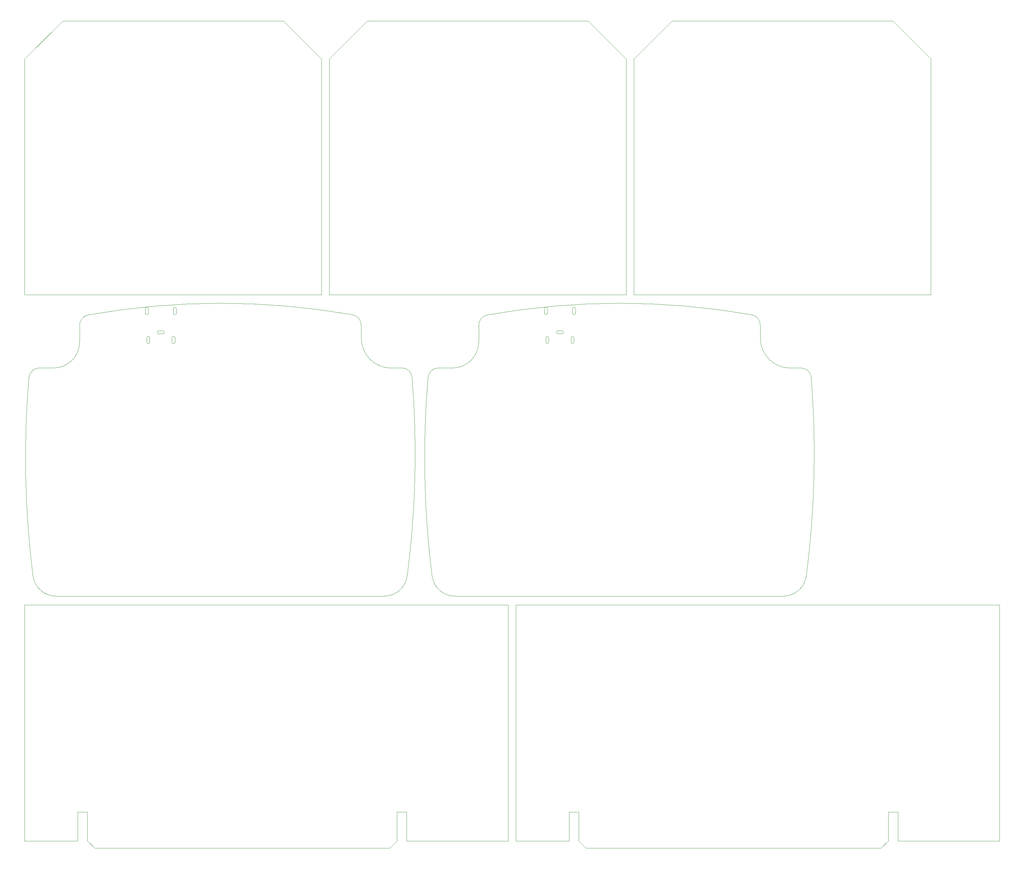
<source format=gm1>
%FSLAX42Y42*%
%MOMM*%
G71*
G01*
G75*
G04 Layer_Color=16711935*
%ADD10C,0.20*%
%ADD11C,0.40*%
%ADD12O,1.27X7.62*%
%ADD13R,1.30X1.10*%
G04:AMPARAMS|DCode=14|XSize=1.3mm|YSize=1.1mm|CornerRadius=0mm|HoleSize=0mm|Usage=FLASHONLY|Rotation=360.000|XOffset=0mm|YOffset=0mm|HoleType=Round|Shape=Octagon|*
%AMOCTAGOND14*
4,1,8,0.65,-0.28,0.65,0.28,0.38,0.55,-0.38,0.55,-0.65,0.28,-0.65,-0.28,-0.38,-0.55,0.38,-0.55,0.65,-0.28,0.0*
%
%ADD14OCTAGOND14*%

%ADD15O,2.60X0.70*%
%ADD16R,1.40X3.30*%
%ADD17R,1.50X1.40*%
%ADD18R,1.40X1.50*%
%ADD19R,1.30X0.60*%
%ADD20R,1.40X1.10*%
%ADD21R,2.60X1.10*%
%ADD22R,1.10X2.60*%
%ADD23O,0.60X2.30*%
%ADD24O,2.30X0.70*%
%ADD25O,0.24X1.80*%
%ADD26O,1.80X0.24*%
%ADD27R,0.50X1.00*%
%ADD28C,0.50*%
%ADD29C,0.25*%
%ADD30C,1.00*%
%ADD31R,2.79X3.81*%
%ADD32R,2.50X3.00*%
%ADD33O,0.30X1.80*%
%ADD34O,1.80X0.30*%
%ADD35R,1.10X1.30*%
G04:AMPARAMS|DCode=36|XSize=1.3mm|YSize=1.1mm|CornerRadius=0mm|HoleSize=0mm|Usage=FLASHONLY|Rotation=90.000|XOffset=0mm|YOffset=0mm|HoleType=Round|Shape=Octagon|*
%AMOCTAGOND36*
4,1,8,0.28,0.65,-0.28,0.65,-0.55,0.38,-0.55,-0.38,-0.28,-0.65,0.28,-0.65,0.55,-0.38,0.55,0.38,0.28,0.65,0.0*
%
%ADD36OCTAGOND36*%

%ADD37O,0.60X2.20*%
%ADD38R,0.60X1.30*%
%ADD39R,6.30X2.15*%
%ADD40R,3.30X1.40*%
%ADD41R,3.00X2.50*%
%ADD42R,1.40X1.40*%
%ADD43R,1.10X1.40*%
%ADD44R,1.70X1.10*%
%ADD45C,0.25*%
%ADD46C,2.00*%
%ADD47C,0.30*%
%ADD48C,1.60*%
%ADD49C,5.00*%
%ADD50C,1.50*%
%ADD51R,1.50X1.50*%
%ADD52R,1.50X1.50*%
%ADD53C,3.25*%
%ADD54C,2.50*%
%ADD55C,1.20*%
%ADD56C,1.27*%
%ADD57O,1.50X3.00*%
%ADD58O,3.00X1.50*%
%ADD59C,2.00*%
%ADD60O,2.00X4.00*%
%ADD61C,4.50*%
%ADD62R,81.12X10.16*%
%ADD63O,1.47X7.82*%
%ADD64R,1.50X1.30*%
G04:AMPARAMS|DCode=65|XSize=1.5mm|YSize=1.3mm|CornerRadius=0mm|HoleSize=0mm|Usage=FLASHONLY|Rotation=360.000|XOffset=0mm|YOffset=0mm|HoleType=Round|Shape=Octagon|*
%AMOCTAGOND65*
4,1,8,0.75,-0.33,0.75,0.33,0.43,0.65,-0.43,0.65,-0.75,0.33,-0.75,-0.33,-0.43,-0.65,0.43,-0.65,0.75,-0.33,0.0*
%
%ADD65OCTAGOND65*%

%ADD66O,2.80X0.90*%
%ADD67R,1.60X3.50*%
%ADD68R,1.70X1.60*%
%ADD69R,1.60X1.70*%
%ADD70R,1.50X0.80*%
%ADD71R,1.60X1.30*%
%ADD72R,2.80X1.30*%
%ADD73R,1.30X2.80*%
%ADD74O,0.80X2.50*%
%ADD75O,2.50X0.90*%
%ADD76O,0.44X2.00*%
%ADD77O,2.00X0.44*%
%ADD78R,0.70X1.20*%
%ADD79R,3.00X4.01*%
%ADD80R,2.70X3.20*%
%ADD81O,0.50X2.00*%
%ADD82O,2.00X0.50*%
%ADD83R,1.30X1.50*%
G04:AMPARAMS|DCode=84|XSize=1.5mm|YSize=1.3mm|CornerRadius=0mm|HoleSize=0mm|Usage=FLASHONLY|Rotation=90.000|XOffset=0mm|YOffset=0mm|HoleType=Round|Shape=Octagon|*
%AMOCTAGOND84*
4,1,8,0.33,0.75,-0.33,0.75,-0.65,0.43,-0.65,-0.43,-0.33,-0.75,0.33,-0.75,0.65,-0.43,0.65,0.43,0.33,0.75,0.0*
%
%ADD84OCTAGOND84*%

%ADD85O,0.80X2.40*%
%ADD86R,0.80X1.50*%
%ADD87R,6.50X2.35*%
%ADD88R,3.50X1.60*%
%ADD89R,3.20X2.70*%
%ADD90R,1.60X1.60*%
%ADD91R,1.30X1.60*%
%ADD92R,1.90X1.30*%
%ADD93C,1.80*%
%ADD94C,5.20*%
%ADD95C,1.70*%
%ADD96R,1.70X1.70*%
%ADD97R,1.70X1.70*%
%ADD98C,3.45*%
%ADD99C,2.70*%
%ADD100C,1.40*%
%ADD101C,1.47*%
%ADD102O,1.70X3.20*%
%ADD103O,3.20X1.70*%
%ADD104C,2.20*%
%ADD105O,2.20X4.20*%
%ADD106C,4.70*%
%ADD107R,81.12X10.32*%
%ADD108C,0.10*%
D108*
X12600Y15846D02*
X25300D01*
X12600D02*
Y9639D01*
X13997D01*
Y10401D02*
Y9639D01*
Y10401D02*
X14251D01*
Y9639D01*
X14441Y9449D01*
X22188D01*
X22379Y9639D02*
X22188Y9449D01*
X22379Y10401D02*
Y9639D01*
Y10401D02*
X22633D01*
Y9639D01*
X25300D01*
Y15846D02*
Y9639D01*
X25500Y15846D02*
X38200D01*
X25500D02*
Y9639D01*
X26897D01*
Y10401D02*
Y9639D01*
Y10401D02*
X27151D01*
Y9639D01*
X27341Y9449D01*
X35088D01*
X35279Y9639D02*
X35088Y9449D01*
X35279Y10401D02*
Y9639D01*
Y10401D02*
X35533D01*
Y9639D01*
X38200D01*
Y15846D02*
Y9639D01*
X16123Y23048D02*
G03*
X16123Y22968I0J-40D01*
G01*
X16233D02*
G03*
X16233Y23048I0J40D01*
G01*
X15887Y22860D02*
G03*
X15807Y22860I-40J0D01*
G01*
Y22750D02*
G03*
X15887Y22750I40J0D01*
G01*
X16548Y22860D02*
G03*
X16468Y22860I-40J0D01*
G01*
Y22750D02*
G03*
X16548Y22750I40J0D01*
G01*
X16586Y23622D02*
G03*
X16506Y23622I-40J0D01*
G01*
Y23512D02*
G03*
X16586Y23512I40J0D01*
G01*
X15849Y23622D02*
G03*
X15769Y23622I-40J0D01*
G01*
Y23512D02*
G03*
X15849Y23512I40J0D01*
G01*
X12714Y21822D02*
G03*
X12820Y16604I24912J-2102D01*
G01*
X12822Y16605D02*
G03*
X13421Y16074I598J71D01*
G01*
X22057Y16074D02*
G03*
X22648Y16624I-8J602D01*
G01*
X22651Y16619D02*
G03*
X22777Y21819I-24794J3202D01*
G01*
X22778Y21819D02*
G03*
X22488Y22070I-271J-19D01*
G01*
X21441Y22856D02*
G03*
X22231Y22067I790J0D01*
G01*
X21440Y23176D02*
G03*
X21187Y23473I-275J22D01*
G01*
X21187Y23473D02*
G03*
X14265Y23463I-3432J-19606D01*
G01*
X14267Y23461D02*
G03*
X14045Y23174I53J-271D01*
G01*
X13362Y22070D02*
G03*
X14045Y22753I0J683D01*
G01*
X12988Y22072D02*
G03*
X12715Y21822I0J-273D01*
G01*
X16123Y22968D02*
X16233D01*
X16123Y23048D02*
X16233D01*
X15807Y22750D02*
Y22860D01*
X15887Y22750D02*
Y22860D01*
X16468Y22750D02*
Y22860D01*
X16548Y22750D02*
Y22860D01*
X16506Y23512D02*
Y23622D01*
X16586Y23512D02*
Y23622D01*
X15769Y23512D02*
Y23622D01*
X15849Y23512D02*
Y23622D01*
X13421Y16071D02*
X14348D01*
X14346D02*
X21146D01*
X21143D02*
X22057D01*
X22231Y22070D02*
X22488D01*
X21441Y22856D02*
Y23176D01*
X14045Y22753D02*
Y23174D01*
X12988Y22071D02*
X13362D01*
X26603Y23048D02*
G03*
X26603Y22968I0J-40D01*
G01*
X26713D02*
G03*
X26713Y23048I0J40D01*
G01*
X26367Y22860D02*
G03*
X26287Y22860I-40J0D01*
G01*
Y22750D02*
G03*
X26367Y22750I40J0D01*
G01*
X27028Y22860D02*
G03*
X26948Y22860I-40J0D01*
G01*
Y22750D02*
G03*
X27028Y22750I40J0D01*
G01*
X27066Y23622D02*
G03*
X26986Y23622I-40J0D01*
G01*
Y23512D02*
G03*
X27066Y23512I40J0D01*
G01*
X26329Y23622D02*
G03*
X26249Y23622I-40J0D01*
G01*
Y23512D02*
G03*
X26329Y23512I40J0D01*
G01*
X23194Y21822D02*
G03*
X23300Y16604I24912J-2102D01*
G01*
X23302Y16605D02*
G03*
X23901Y16074I598J71D01*
G01*
X32537Y16074D02*
G03*
X33128Y16624I-8J602D01*
G01*
X33131Y16619D02*
G03*
X33257Y21819I-24794J3202D01*
G01*
X33258Y21819D02*
G03*
X32968Y22070I-271J-19D01*
G01*
X31921Y22856D02*
G03*
X32711Y22067I790J0D01*
G01*
X31920Y23176D02*
G03*
X31667Y23473I-275J22D01*
G01*
X31667Y23473D02*
G03*
X24745Y23463I-3432J-19606D01*
G01*
X24747Y23461D02*
G03*
X24525Y23174I53J-271D01*
G01*
X23842Y22070D02*
G03*
X24525Y22753I0J683D01*
G01*
X23468Y22072D02*
G03*
X23195Y21822I0J-273D01*
G01*
X26603Y22968D02*
X26713D01*
X26603Y23048D02*
X26713D01*
X26287Y22750D02*
Y22860D01*
X26367Y22750D02*
Y22860D01*
X26948Y22750D02*
Y22860D01*
X27028Y22750D02*
Y22860D01*
X26986Y23512D02*
Y23622D01*
X27066Y23512D02*
Y23622D01*
X26249Y23512D02*
Y23622D01*
X26329Y23512D02*
Y23622D01*
X23901Y16071D02*
X24828D01*
X24826D02*
X31626D01*
X31623D02*
X32537D01*
X32711Y22070D02*
X32968D01*
X31921Y22856D02*
Y23176D01*
X24525Y22753D02*
Y23174D01*
X23468Y22071D02*
X23842D01*
X13602Y31196D02*
X19400D01*
X12600Y30194D02*
X13602Y31196D01*
X12600Y23996D02*
Y30194D01*
Y23996D02*
X20400D01*
Y30196D01*
X19400Y31196D02*
X20400Y30196D01*
X21602Y31196D02*
X27400D01*
X20600Y30194D02*
X21602Y31196D01*
X20600Y23996D02*
Y30194D01*
Y23996D02*
X28400D01*
Y30196D01*
X27400Y31196D02*
X28400Y30196D01*
X29602Y31196D02*
X35400D01*
X28600Y30194D02*
X29602Y31196D01*
X28600Y23996D02*
Y30194D01*
Y23996D02*
X36400D01*
Y30196D01*
X35400Y31196D02*
X36400Y30196D01*
M02*

</source>
